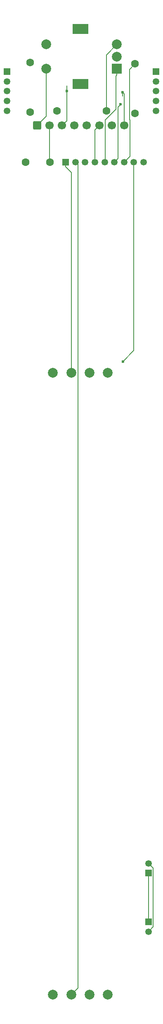
<source format=gbr>
%TF.GenerationSoftware,KiCad,Pcbnew,9.0.3*%
%TF.CreationDate,2026-02-21T11:27:50+01:00*%
%TF.ProjectId,Channel,4368616e-6e65-46c2-9e6b-696361645f70,rev?*%
%TF.SameCoordinates,Original*%
%TF.FileFunction,Copper,L1,Top*%
%TF.FilePolarity,Positive*%
%FSLAX46Y46*%
G04 Gerber Fmt 4.6, Leading zero omitted, Abs format (unit mm)*
G04 Created by KiCad (PCBNEW 9.0.3) date 2026-02-21 11:27:50*
%MOMM*%
%LPD*%
G01*
G04 APERTURE LIST*
G04 Aperture macros list*
%AMRoundRect*
0 Rectangle with rounded corners*
0 $1 Rounding radius*
0 $2 $3 $4 $5 $6 $7 $8 $9 X,Y pos of 4 corners*
0 Add a 4 corners polygon primitive as box body*
4,1,4,$2,$3,$4,$5,$6,$7,$8,$9,$2,$3,0*
0 Add four circle primitives for the rounded corners*
1,1,$1+$1,$2,$3*
1,1,$1+$1,$4,$5*
1,1,$1+$1,$6,$7*
1,1,$1+$1,$8,$9*
0 Add four rect primitives between the rounded corners*
20,1,$1+$1,$2,$3,$4,$5,0*
20,1,$1+$1,$4,$5,$6,$7,0*
20,1,$1+$1,$6,$7,$8,$9,0*
20,1,$1+$1,$8,$9,$2,$3,0*%
G04 Aperture macros list end*
%TA.AperFunction,ComponentPad*%
%ADD10R,1.350000X1.350000*%
%TD*%
%TA.AperFunction,ComponentPad*%
%ADD11C,1.350000*%
%TD*%
%TA.AperFunction,WasherPad*%
%ADD12C,2.000000*%
%TD*%
%TA.AperFunction,ComponentPad*%
%ADD13C,2.000000*%
%TD*%
%TA.AperFunction,ComponentPad*%
%ADD14C,1.600000*%
%TD*%
%TA.AperFunction,ComponentPad*%
%ADD15RoundRect,0.255000X-0.595000X-0.595000X0.595000X-0.595000X0.595000X0.595000X-0.595000X0.595000X0*%
%TD*%
%TA.AperFunction,ComponentPad*%
%ADD16C,1.700000*%
%TD*%
%TA.AperFunction,ComponentPad*%
%ADD17R,2.000000X2.000000*%
%TD*%
%TA.AperFunction,ComponentPad*%
%ADD18R,3.200000X2.000000*%
%TD*%
%TA.AperFunction,ViaPad*%
%ADD19C,0.600000*%
%TD*%
%TA.AperFunction,Conductor*%
%ADD20C,0.200000*%
%TD*%
G04 APERTURE END LIST*
D10*
%TO.P,J2,1,Pin_1*%
%TO.N,GND*%
X82500000Y-43500000D03*
D11*
%TO.P,J2,2,Pin_2*%
%TO.N,E_VCC*%
X82500000Y-45500000D03*
%TO.P,J2,3,Pin_3*%
%TO.N,SPI_SCK*%
X82500000Y-47500000D03*
%TO.P,J2,4,Pin_4*%
%TO.N,SPI_MOSI*%
X82500000Y-49500000D03*
%TO.P,J2,5,Pin_5*%
%TO.N,SCR_BL_PWM*%
X82500000Y-51500000D03*
%TD*%
D12*
%TO.P,F1,*%
%TO.N,*%
X68900000Y-105100000D03*
X68900000Y-232400000D03*
X72650000Y-105100000D03*
X72650000Y-232400000D03*
D13*
%TO.P,F1,1,T1*%
%TO.N,GND*%
X65150000Y-105100000D03*
%TO.P,F1,2,W*%
%TO.N,FADER_OUT*%
X61400000Y-105100000D03*
%TO.P,F1,3,T2*%
%TO.N,E_VCC*%
X65150000Y-232400000D03*
%TO.P,F1,4*%
%TO.N,N/C*%
X61400000Y-232400000D03*
%TD*%
D14*
%TO.P,R3,1*%
%TO.N,E_VCC*%
X78250000Y-52080000D03*
%TO.P,R3,2*%
%TO.N,ENC_SW*%
X78250000Y-41920000D03*
%TD*%
D15*
%TO.P,U1,1,GND*%
%TO.N,GND*%
X58150000Y-54500000D03*
D16*
%TO.P,U1,2,VCC*%
%TO.N,E_VCC*%
X60700000Y-54500000D03*
%TO.P,U1,3,SCL*%
%TO.N,SPI_SCK*%
X63250000Y-54500000D03*
%TO.P,U1,4,SDA*%
%TO.N,SPI_MOSI*%
X65800000Y-54500000D03*
%TO.P,U1,5,RST*%
%TO.N,SCREEN_RST*%
X68350000Y-54500000D03*
%TO.P,U1,6,DC*%
%TO.N,SCREEN_DC*%
X70900000Y-54500000D03*
%TO.P,U1,7,CS*%
%TO.N,SCREEN_CS*%
X73450000Y-54500000D03*
%TO.P,U1,8,BL*%
%TO.N,SCR_BL_PWM*%
X76000000Y-54500000D03*
%TD*%
D10*
%TO.P,J1,1,Pin_1*%
%TO.N,GND*%
X64000000Y-62000000D03*
D11*
%TO.P,J1,2,Pin_2*%
%TO.N,E_VCC*%
X66000000Y-62000000D03*
%TO.P,J1,3,Pin_3*%
%TO.N,SCREEN_CS*%
X68000000Y-62000000D03*
%TO.P,J1,4,Pin_4*%
%TO.N,SCREEN_DC*%
X70000000Y-62000000D03*
%TO.P,J1,5,Pin_5*%
%TO.N,ENC_CLK*%
X72000000Y-62000000D03*
%TO.P,J1,6,Pin_6*%
%TO.N,ENC_DT*%
X74000000Y-62000000D03*
%TO.P,J1,7,Pin_7*%
%TO.N,ENC_SW*%
X76000000Y-62000000D03*
%TO.P,J1,8,Pin_8*%
%TO.N,FADER_OUT*%
X78000000Y-62000000D03*
%TO.P,J1,9,Pin_9*%
%TO.N,SCREEN_RST*%
X80000000Y-62000000D03*
%TD*%
D10*
%TO.P,J4,1,Pin_1*%
%TO.N,MOTOR+*%
X81000000Y-217500000D03*
D11*
%TO.P,J4,2,Pin_2*%
%TO.N,MOTOR-*%
X81000000Y-219500000D03*
%TD*%
D17*
%TO.P,SW1,A,A*%
%TO.N,ENC_CLK*%
X74500000Y-42900000D03*
D13*
%TO.P,SW1,B,B*%
%TO.N,ENC_DT*%
X74500000Y-37900000D03*
%TO.P,SW1,C,C*%
%TO.N,GND*%
X74500000Y-40400000D03*
D18*
%TO.P,SW1,MP*%
%TO.N,N/C*%
X67000000Y-46000000D03*
X67000000Y-34800000D03*
D13*
%TO.P,SW1,S1,S1*%
%TO.N,ENC_SW*%
X60000000Y-37900000D03*
%TO.P,SW1,S2,S2*%
%TO.N,GND*%
X60000000Y-42900000D03*
%TD*%
D10*
%TO.P,J6,1,Pin_1*%
%TO.N,MOTOR+*%
X81000000Y-207500000D03*
D11*
%TO.P,J6,2,Pin_2*%
%TO.N,MOTOR-*%
X81000000Y-205500000D03*
%TD*%
D14*
%TO.P,C1,1*%
%TO.N,GND*%
X55750000Y-62000000D03*
%TO.P,C1,2*%
%TO.N,E_VCC*%
X60750000Y-62000000D03*
%TD*%
D10*
%TO.P,J3,1,Pin_1*%
%TO.N,GND*%
X52000000Y-43500000D03*
D11*
%TO.P,J3,2,Pin_2*%
%TO.N,E_VCC*%
X52000000Y-45500000D03*
%TO.P,J3,3,Pin_3*%
%TO.N,SPI_SCK*%
X52000000Y-47500000D03*
%TO.P,J3,4,Pin_4*%
%TO.N,SPI_MOSI*%
X52000000Y-49500000D03*
%TO.P,J3,5,Pin_5*%
%TO.N,SCR_BL_PWM*%
X52000000Y-51500000D03*
%TD*%
D14*
%TO.P,R2,1*%
%TO.N,E_VCC*%
X62170000Y-51500000D03*
%TO.P,R2,2*%
%TO.N,ENC_DT*%
X72330000Y-51500000D03*
%TD*%
%TO.P,R1,1*%
%TO.N,E_VCC*%
X56750000Y-51750000D03*
%TO.P,R1,2*%
%TO.N,ENC_CLK*%
X56750000Y-41590000D03*
%TD*%
D19*
%TO.N,SCR_BL_PWM*%
X75656000Y-47719100D03*
%TO.N,SPI_SCK*%
X64207800Y-47498500D03*
%TO.N,FADER_OUT*%
X75719500Y-102849800D03*
%TO.N,ENC_DT*%
X75250000Y-50205900D03*
%TD*%
D20*
%TO.N,SCR_BL_PWM*%
X76000000Y-48063100D02*
X75656000Y-47719100D01*
X76000000Y-54500000D02*
X76000000Y-48063100D01*
X75656000Y-47719100D02*
X75656000Y-48500000D01*
X75656000Y-48500000D02*
X75656000Y-47719100D01*
%TO.N,MOTOR+*%
X81000000Y-207500000D02*
X81000000Y-217500000D01*
%TO.N,MOTOR-*%
X81976700Y-218523300D02*
X81000000Y-219500000D01*
X81976700Y-206476700D02*
X81976700Y-218523300D01*
X81000000Y-205500000D02*
X81976700Y-206476700D01*
%TO.N,SPI_SCK*%
X64207800Y-53542200D02*
X63250000Y-54500000D01*
X64207800Y-46351400D02*
X64207800Y-53542200D01*
X64207800Y-46351400D02*
X64207800Y-47498500D01*
%TO.N,FADER_OUT*%
X78000000Y-100569300D02*
X75719500Y-102849800D01*
X78000000Y-62000000D02*
X78000000Y-100569300D01*
X75719500Y-102849800D02*
X78000000Y-100569300D01*
X78000000Y-100569300D02*
X75719500Y-102849800D01*
%TO.N,SCREEN_DC*%
X70000000Y-55400000D02*
X70900000Y-54500000D01*
X70000000Y-62000000D02*
X70000000Y-55400000D01*
%TO.N,ENC_CLK*%
X72111000Y-61889000D02*
X72000000Y-62000000D01*
X72111000Y-53394700D02*
X72111000Y-61889000D01*
X74323300Y-51182400D02*
X72111000Y-53394700D01*
X74323300Y-44378400D02*
X74323300Y-51182400D01*
X74500000Y-44201700D02*
X74323300Y-44378400D01*
X74500000Y-42900000D02*
X74500000Y-44201700D01*
%TO.N,ENC_DT*%
X72330000Y-40070000D02*
X72330000Y-51500000D01*
X74500000Y-37900000D02*
X72330000Y-40070000D01*
X74725000Y-61275000D02*
X74000000Y-62000000D01*
X74725000Y-50730900D02*
X74725000Y-61275000D01*
X75250000Y-50205900D02*
X74725000Y-50730900D01*
X75250000Y-50205900D02*
X74954700Y-50501200D01*
X74954700Y-50501200D02*
X75250000Y-50205900D01*
%TO.N,ENC_SW*%
X77104000Y-43066000D02*
X78250000Y-41920000D01*
X77104000Y-53303800D02*
X77104000Y-43066000D01*
X77158500Y-53358300D02*
X77104000Y-53303800D01*
X77158500Y-60841500D02*
X77158500Y-53358300D01*
X76000000Y-62000000D02*
X77158500Y-60841500D01*
%TO.N,E_VCC*%
X66512400Y-62512400D02*
X66000000Y-62000000D01*
X66512400Y-231037600D02*
X66512400Y-62512400D01*
X65150000Y-232400000D02*
X66512400Y-231037600D01*
X60700000Y-61950000D02*
X60700000Y-54500000D01*
X60750000Y-62000000D02*
X60700000Y-61950000D01*
%TO.N,GND*%
X65150000Y-64126700D02*
X64000000Y-62976700D01*
X65150000Y-105100000D02*
X65150000Y-64126700D01*
X64000000Y-62000000D02*
X64000000Y-62976700D01*
X60000000Y-52650000D02*
X58150000Y-54500000D01*
X60000000Y-42900000D02*
X60000000Y-52650000D01*
%TD*%
M02*

</source>
